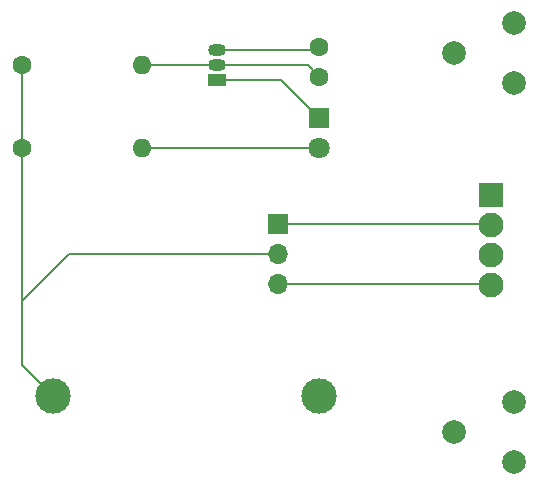
<source format=gbr>
%TF.GenerationSoftware,KiCad,Pcbnew,8.0.4*%
%TF.CreationDate,2024-08-25T13:27:35-07:00*%
%TF.ProjectId,EuroVan interior LED controller,4575726f-5661-46e2-9069-6e746572696f,rev?*%
%TF.SameCoordinates,Original*%
%TF.FileFunction,Copper,L1,Top*%
%TF.FilePolarity,Positive*%
%FSLAX46Y46*%
G04 Gerber Fmt 4.6, Leading zero omitted, Abs format (unit mm)*
G04 Created by KiCad (PCBNEW 8.0.4) date 2024-08-25 13:27:35*
%MOMM*%
%LPD*%
G01*
G04 APERTURE LIST*
%TA.AperFunction,ComponentPad*%
%ADD10C,1.600000*%
%TD*%
%TA.AperFunction,ComponentPad*%
%ADD11O,1.600000X1.600000*%
%TD*%
%TA.AperFunction,ComponentPad*%
%ADD12C,2.000000*%
%TD*%
%TA.AperFunction,ComponentPad*%
%ADD13R,1.700000X1.700000*%
%TD*%
%TA.AperFunction,ComponentPad*%
%ADD14O,1.700000X1.700000*%
%TD*%
%TA.AperFunction,ComponentPad*%
%ADD15C,2.100000*%
%TD*%
%TA.AperFunction,ComponentPad*%
%ADD16R,2.100000X2.100000*%
%TD*%
%TA.AperFunction,ComponentPad*%
%ADD17C,3.000000*%
%TD*%
%TA.AperFunction,ComponentPad*%
%ADD18O,1.500000X1.050000*%
%TD*%
%TA.AperFunction,ComponentPad*%
%ADD19R,1.500000X1.050000*%
%TD*%
%TA.AperFunction,ComponentPad*%
%ADD20C,1.800000*%
%TD*%
%TA.AperFunction,ComponentPad*%
%ADD21R,1.800000X1.800000*%
%TD*%
%TA.AperFunction,Conductor*%
%ADD22C,0.200000*%
%TD*%
G04 APERTURE END LIST*
D10*
%TO.P,R3,1*%
%TO.N,Net-(Q1-B)*%
X145000000Y-107000000D03*
%TO.P,R3,2*%
%TO.N,GND*%
X145000000Y-104460000D03*
%TD*%
D11*
%TO.P,R1,2*%
%TO.N,Net-(Q1-B)*%
X130000000Y-106000000D03*
D10*
%TO.P,R1,1*%
%TO.N,Fused +12V*%
X119840000Y-106000000D03*
%TD*%
D12*
%TO.P,TP1,1,1*%
%TO.N,Unfused +12V*%
X161500000Y-134500000D03*
X156420000Y-137040000D03*
X161500000Y-139580000D03*
%TD*%
%TO.P,TP2,1,1*%
%TO.N,GND*%
X161500000Y-102420000D03*
X156420000Y-104960000D03*
X161500000Y-107500000D03*
%TD*%
D13*
%TO.P,SW1,1,1*%
%TO.N,Red LED+*%
X141500000Y-119475000D03*
D14*
%TO.P,SW1,2,3*%
%TO.N,Fused +12V*%
X141500000Y-122015000D03*
%TO.P,SW1,3,4*%
%TO.N,White LED+*%
X141500000Y-124555000D03*
%TD*%
D15*
%TO.P,J1,4,Pin_4*%
%TO.N,White LED+*%
X159500000Y-124620000D03*
%TO.P,J1,3,Pin_3*%
%TO.N,GND*%
X159500000Y-122080000D03*
%TO.P,J1,2,Pin_2*%
%TO.N,Red LED+*%
X159500000Y-119540000D03*
D16*
%TO.P,J1,1,Pin_1*%
%TO.N,GND*%
X159500000Y-117000000D03*
%TD*%
D17*
%TO.P,F1,1,1*%
%TO.N,Unfused +12V*%
X145000000Y-134000000D03*
%TO.P,F1,2,2*%
%TO.N,Fused +12V*%
X122400000Y-134000000D03*
%TD*%
D10*
%TO.P,R2,1*%
%TO.N,Fused +12V*%
X119840000Y-113000000D03*
D11*
%TO.P,R2,2*%
%TO.N,Net-(D1-A)*%
X130000000Y-113000000D03*
%TD*%
D18*
%TO.P,Q1,3,E*%
%TO.N,GND*%
X136360000Y-104730000D03*
%TO.P,Q1,2,B*%
%TO.N,Net-(Q1-B)*%
X136360000Y-106000000D03*
D19*
%TO.P,Q1,1,C*%
%TO.N,Net-(D1-K)*%
X136360000Y-107270000D03*
%TD*%
D20*
%TO.P,D1,2,A*%
%TO.N,Net-(D1-A)*%
X145000000Y-113040000D03*
D21*
%TO.P,D1,1,K*%
%TO.N,Net-(D1-K)*%
X145000000Y-110500000D03*
%TD*%
D22*
%TO.N,Net-(Q1-B)*%
X144000000Y-106000000D02*
X145000000Y-107000000D01*
X136360000Y-106000000D02*
X144000000Y-106000000D01*
%TO.N,Net-(D1-K)*%
X141770000Y-107270000D02*
X145000000Y-110500000D01*
X136360000Y-107270000D02*
X141770000Y-107270000D01*
%TO.N,GND*%
X144730000Y-104730000D02*
X145000000Y-104460000D01*
X136360000Y-104730000D02*
X144730000Y-104730000D01*
%TO.N,Net-(Q1-B)*%
X130000000Y-106000000D02*
X136360000Y-106000000D01*
%TO.N,Net-(D1-A)*%
X144960000Y-113000000D02*
X145000000Y-113040000D01*
X130000000Y-113000000D02*
X144960000Y-113000000D01*
%TO.N,White LED+*%
X159435000Y-124555000D02*
X159500000Y-124620000D01*
X141500000Y-124555000D02*
X159435000Y-124555000D01*
%TO.N,Red LED+*%
X159435000Y-119475000D02*
X159500000Y-119540000D01*
X141500000Y-119475000D02*
X159435000Y-119475000D01*
%TO.N,Fused +12V*%
X123825000Y-122015000D02*
X141500000Y-122015000D01*
X119840000Y-126000000D02*
X123825000Y-122015000D01*
X119840000Y-126000000D02*
X119840000Y-113000000D01*
X119840000Y-131440000D02*
X119840000Y-126000000D01*
X119840000Y-113000000D02*
X119840000Y-106000000D01*
X122400000Y-134000000D02*
X119840000Y-131440000D01*
%TO.N,White LED+*%
X159595000Y-125555000D02*
X159650000Y-125500000D01*
%TD*%
M02*

</source>
